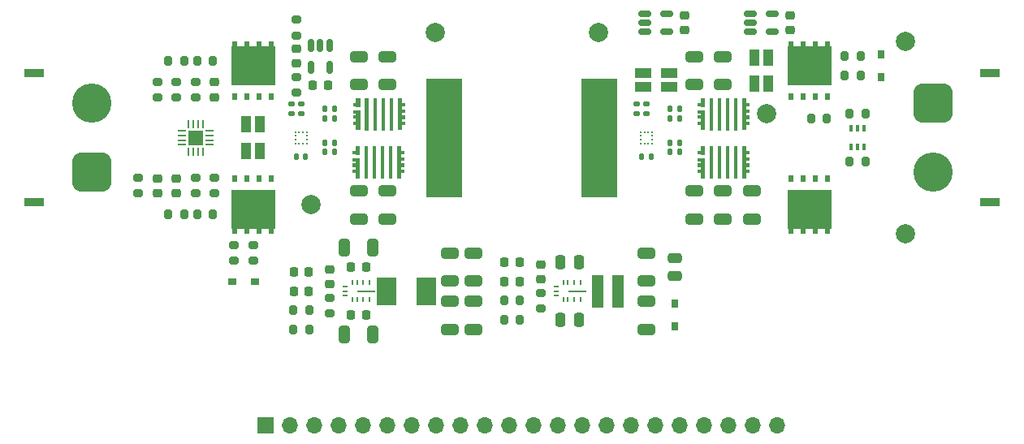
<source format=gbr>
%TF.GenerationSoftware,KiCad,Pcbnew,8.0.6*%
%TF.CreationDate,2024-12-20T12:02:24-05:00*%
%TF.ProjectId,PD Charger,50442043-6861-4726-9765-722e6b696361,0*%
%TF.SameCoordinates,Original*%
%TF.FileFunction,Soldermask,Top*%
%TF.FilePolarity,Negative*%
%FSLAX46Y46*%
G04 Gerber Fmt 4.6, Leading zero omitted, Abs format (unit mm)*
G04 Created by KiCad (PCBNEW 8.0.6) date 2024-12-20 12:02:24*
%MOMM*%
%LPD*%
G01*
G04 APERTURE LIST*
G04 Aperture macros list*
%AMRoundRect*
0 Rectangle with rounded corners*
0 $1 Rounding radius*
0 $2 $3 $4 $5 $6 $7 $8 $9 X,Y pos of 4 corners*
0 Add a 4 corners polygon primitive as box body*
4,1,4,$2,$3,$4,$5,$6,$7,$8,$9,$2,$3,0*
0 Add four circle primitives for the rounded corners*
1,1,$1+$1,$2,$3*
1,1,$1+$1,$4,$5*
1,1,$1+$1,$6,$7*
1,1,$1+$1,$8,$9*
0 Add four rect primitives between the rounded corners*
20,1,$1+$1,$2,$3,$4,$5,0*
20,1,$1+$1,$4,$5,$6,$7,0*
20,1,$1+$1,$6,$7,$8,$9,0*
20,1,$1+$1,$8,$9,$2,$3,0*%
G04 Aperture macros list end*
%ADD10C,0.087500*%
%ADD11C,0.117500*%
%ADD12C,0.092500*%
%ADD13RoundRect,0.200000X-0.200000X-0.275000X0.200000X-0.275000X0.200000X0.275000X-0.200000X0.275000X0*%
%ADD14RoundRect,0.100000X-0.100000X0.225000X-0.100000X-0.225000X0.100000X-0.225000X0.100000X0.225000X0*%
%ADD15RoundRect,0.200000X0.200000X0.275000X-0.200000X0.275000X-0.200000X-0.275000X0.200000X-0.275000X0*%
%ADD16C,0.225000*%
%ADD17RoundRect,0.250000X-0.325000X-0.650000X0.325000X-0.650000X0.325000X0.650000X-0.325000X0.650000X0*%
%ADD18RoundRect,0.140000X-0.140000X-0.170000X0.140000X-0.170000X0.140000X0.170000X-0.140000X0.170000X0*%
%ADD19R,1.300000X3.400000*%
%ADD20RoundRect,0.200000X-0.275000X0.200000X-0.275000X-0.200000X0.275000X-0.200000X0.275000X0.200000X0*%
%ADD21RoundRect,0.135000X-0.185000X0.135000X-0.185000X-0.135000X0.185000X-0.135000X0.185000X0.135000X0*%
%ADD22RoundRect,0.225000X-0.250000X0.225000X-0.250000X-0.225000X0.250000X-0.225000X0.250000X0.225000X0*%
%ADD23RoundRect,0.250000X-0.650000X0.325000X-0.650000X-0.325000X0.650000X-0.325000X0.650000X0.325000X0*%
%ADD24R,0.812800X0.660400*%
%ADD25R,0.249999X0.599999*%
%ADD26R,0.599999X0.249999*%
%ADD27R,1.825000X0.249999*%
%ADD28RoundRect,0.250000X0.650000X-0.325000X0.650000X0.325000X-0.650000X0.325000X-0.650000X-0.325000X0*%
%ADD29RoundRect,0.200000X0.275000X-0.200000X0.275000X0.200000X-0.275000X0.200000X-0.275000X-0.200000X0*%
%ADD30R,2.000000X0.900000*%
%ADD31RoundRect,1.025000X-1.025000X1.025000X-1.025000X-1.025000X1.025000X-1.025000X1.025000X1.025000X0*%
%ADD32C,4.100000*%
%ADD33R,0.660400X0.812800*%
%ADD34RoundRect,1.025000X1.025000X-1.025000X1.025000X1.025000X-1.025000X1.025000X-1.025000X-1.025000X0*%
%ADD35R,1.750000X1.100000*%
%ADD36RoundRect,0.135000X-0.135000X-0.185000X0.135000X-0.185000X0.135000X0.185000X-0.135000X0.185000X0*%
%ADD37R,1.100000X1.750000*%
%ADD38RoundRect,0.225000X0.250000X-0.225000X0.250000X0.225000X-0.250000X0.225000X-0.250000X-0.225000X0*%
%ADD39RoundRect,0.062500X-0.062500X0.375000X-0.062500X-0.375000X0.062500X-0.375000X0.062500X0.375000X0*%
%ADD40RoundRect,0.062500X-0.375000X0.062500X-0.375000X-0.062500X0.375000X-0.062500X0.375000X0.062500X0*%
%ADD41R,1.500000X1.500000*%
%ADD42RoundRect,0.150000X-0.512500X-0.150000X0.512500X-0.150000X0.512500X0.150000X-0.512500X0.150000X0*%
%ADD43RoundRect,0.250000X-0.475000X0.250000X-0.475000X-0.250000X0.475000X-0.250000X0.475000X0.250000X0*%
%ADD44RoundRect,0.225000X-0.225000X-0.250000X0.225000X-0.250000X0.225000X0.250000X-0.225000X0.250000X0*%
%ADD45RoundRect,0.150000X-0.150000X0.512500X-0.150000X-0.512500X0.150000X-0.512500X0.150000X0.512500X0*%
%ADD46R,0.500000X0.650000*%
%ADD47R,4.600000X4.120000*%
%ADD48R,0.500000X0.550000*%
%ADD49RoundRect,0.225000X0.225000X0.250000X-0.225000X0.250000X-0.225000X-0.250000X0.225000X-0.250000X0*%
%ADD50RoundRect,0.250000X0.250000X0.475000X-0.250000X0.475000X-0.250000X-0.475000X0.250000X-0.475000X0*%
%ADD51RoundRect,0.140000X0.170000X-0.140000X0.170000X0.140000X-0.170000X0.140000X-0.170000X-0.140000X0*%
%ADD52R,1.700000X1.700000*%
%ADD53O,1.700000X1.700000*%
%ADD54R,2.057400X2.844800*%
%ADD55C,2.000000*%
%ADD56R,3.825000X12.320000*%
G04 APERTURE END LIST*
D10*
%TO.C,Q2*%
X83016250Y-101656250D02*
X82343750Y-101656250D01*
X82343750Y-101393750D01*
X83016250Y-101393750D01*
X83016250Y-101656250D01*
G36*
X83016250Y-101656250D02*
G01*
X82343750Y-101656250D01*
X82343750Y-101393750D01*
X83016250Y-101393750D01*
X83016250Y-101656250D01*
G37*
X83016250Y-102406250D02*
X82343750Y-102406250D01*
X82343750Y-102143750D01*
X83016250Y-102143750D01*
X83016250Y-102406250D01*
G36*
X83016250Y-102406250D02*
G01*
X82343750Y-102406250D01*
X82343750Y-102143750D01*
X83016250Y-102143750D01*
X83016250Y-102406250D01*
G37*
X83016250Y-102956250D02*
X82343750Y-102956250D01*
X82343750Y-102693750D01*
X83016250Y-102693750D01*
X83016250Y-102956250D01*
G36*
X83016250Y-102956250D02*
G01*
X82343750Y-102956250D01*
X82343750Y-102693750D01*
X83016250Y-102693750D01*
X83016250Y-102956250D01*
G37*
X83016250Y-103606250D02*
X82343750Y-103606250D01*
X82343750Y-103343750D01*
X83016250Y-103343750D01*
X83016250Y-103606250D01*
G36*
X83016250Y-103606250D02*
G01*
X82343750Y-103606250D01*
X82343750Y-103343750D01*
X83016250Y-103343750D01*
X83016250Y-103606250D01*
G37*
D11*
X83001250Y-101726750D02*
X82648750Y-101726750D01*
X82648750Y-100859250D01*
X83001250Y-100859250D01*
X83001250Y-101726750D01*
G36*
X83001250Y-101726750D02*
G01*
X82648750Y-101726750D01*
X82648750Y-100859250D01*
X83001250Y-100859250D01*
X83001250Y-101726750D01*
G37*
X83001250Y-104141250D02*
X82648750Y-104141250D01*
X82648750Y-102183750D01*
X83001250Y-102183750D01*
X83001250Y-104141250D01*
G36*
X83001250Y-104141250D02*
G01*
X82648750Y-104141250D01*
X82648750Y-102183750D01*
X83001250Y-102183750D01*
X83001250Y-104141250D01*
G37*
D12*
X83863750Y-104153750D02*
X83586250Y-104153750D01*
X83586250Y-100846250D01*
X83863750Y-100846250D01*
X83863750Y-104153750D01*
G36*
X83863750Y-104153750D02*
G01*
X83586250Y-104153750D01*
X83586250Y-100846250D01*
X83863750Y-100846250D01*
X83863750Y-104153750D01*
G37*
X84713750Y-104153750D02*
X84436250Y-104153750D01*
X84436250Y-100846250D01*
X84713750Y-100846250D01*
X84713750Y-104153750D01*
G36*
X84713750Y-104153750D02*
G01*
X84436250Y-104153750D01*
X84436250Y-100846250D01*
X84713750Y-100846250D01*
X84713750Y-104153750D01*
G37*
X85563750Y-104153750D02*
X85286250Y-104153750D01*
X85286250Y-100846250D01*
X85563750Y-100846250D01*
X85563750Y-104153750D01*
G36*
X85563750Y-104153750D02*
G01*
X85286250Y-104153750D01*
X85286250Y-100846250D01*
X85563750Y-100846250D01*
X85563750Y-104153750D01*
G37*
X86413750Y-104153750D02*
X86136250Y-104153750D01*
X86136250Y-100846250D01*
X86413750Y-100846250D01*
X86413750Y-104153750D01*
G36*
X86413750Y-104153750D02*
G01*
X86136250Y-104153750D01*
X86136250Y-100846250D01*
X86413750Y-100846250D01*
X86413750Y-104153750D01*
G37*
D11*
X87351750Y-104141250D02*
X86999250Y-104141250D01*
X86999250Y-100858750D01*
X87351750Y-100858750D01*
X87351750Y-104141250D01*
G36*
X87351750Y-104141250D02*
G01*
X86999250Y-104141250D01*
X86999250Y-100858750D01*
X87351750Y-100858750D01*
X87351750Y-104141250D01*
G37*
D12*
X87653750Y-101663750D02*
X86986250Y-101663750D01*
X86986250Y-101386250D01*
X87653750Y-101386250D01*
X87653750Y-101663750D01*
G36*
X87653750Y-101663750D02*
G01*
X86986250Y-101663750D01*
X86986250Y-101386250D01*
X87653750Y-101386250D01*
X87653750Y-101663750D01*
G37*
X87653750Y-102313750D02*
X86986250Y-102313750D01*
X86986250Y-102036250D01*
X87653750Y-102036250D01*
X87653750Y-102313750D01*
G36*
X87653750Y-102313750D02*
G01*
X86986250Y-102313750D01*
X86986250Y-102036250D01*
X87653750Y-102036250D01*
X87653750Y-102313750D01*
G37*
X87653750Y-102963750D02*
X86986250Y-102963750D01*
X86986250Y-102686250D01*
X87653750Y-102686250D01*
X87653750Y-102963750D01*
G36*
X87653750Y-102963750D02*
G01*
X86986250Y-102963750D01*
X86986250Y-102686250D01*
X87653750Y-102686250D01*
X87653750Y-102963750D01*
G37*
X87653750Y-103613750D02*
X86986250Y-103613750D01*
X86986250Y-103336250D01*
X87653750Y-103336250D01*
X87653750Y-103613750D01*
G36*
X87653750Y-103613750D02*
G01*
X86986250Y-103613750D01*
X86986250Y-103336250D01*
X87653750Y-103336250D01*
X87653750Y-103613750D01*
G37*
D10*
%TO.C,Q4*%
X119016250Y-101656250D02*
X118343750Y-101656250D01*
X118343750Y-101393750D01*
X119016250Y-101393750D01*
X119016250Y-101656250D01*
G36*
X119016250Y-101656250D02*
G01*
X118343750Y-101656250D01*
X118343750Y-101393750D01*
X119016250Y-101393750D01*
X119016250Y-101656250D01*
G37*
X119016250Y-102406250D02*
X118343750Y-102406250D01*
X118343750Y-102143750D01*
X119016250Y-102143750D01*
X119016250Y-102406250D01*
G36*
X119016250Y-102406250D02*
G01*
X118343750Y-102406250D01*
X118343750Y-102143750D01*
X119016250Y-102143750D01*
X119016250Y-102406250D01*
G37*
X119016250Y-102956250D02*
X118343750Y-102956250D01*
X118343750Y-102693750D01*
X119016250Y-102693750D01*
X119016250Y-102956250D01*
G36*
X119016250Y-102956250D02*
G01*
X118343750Y-102956250D01*
X118343750Y-102693750D01*
X119016250Y-102693750D01*
X119016250Y-102956250D01*
G37*
X119016250Y-103606250D02*
X118343750Y-103606250D01*
X118343750Y-103343750D01*
X119016250Y-103343750D01*
X119016250Y-103606250D01*
G36*
X119016250Y-103606250D02*
G01*
X118343750Y-103606250D01*
X118343750Y-103343750D01*
X119016250Y-103343750D01*
X119016250Y-103606250D01*
G37*
D11*
X119001250Y-101726750D02*
X118648750Y-101726750D01*
X118648750Y-100859250D01*
X119001250Y-100859250D01*
X119001250Y-101726750D01*
G36*
X119001250Y-101726750D02*
G01*
X118648750Y-101726750D01*
X118648750Y-100859250D01*
X119001250Y-100859250D01*
X119001250Y-101726750D01*
G37*
X119001250Y-104141250D02*
X118648750Y-104141250D01*
X118648750Y-102183750D01*
X119001250Y-102183750D01*
X119001250Y-104141250D01*
G36*
X119001250Y-104141250D02*
G01*
X118648750Y-104141250D01*
X118648750Y-102183750D01*
X119001250Y-102183750D01*
X119001250Y-104141250D01*
G37*
D12*
X119863750Y-104153750D02*
X119586250Y-104153750D01*
X119586250Y-100846250D01*
X119863750Y-100846250D01*
X119863750Y-104153750D01*
G36*
X119863750Y-104153750D02*
G01*
X119586250Y-104153750D01*
X119586250Y-100846250D01*
X119863750Y-100846250D01*
X119863750Y-104153750D01*
G37*
X120713750Y-104153750D02*
X120436250Y-104153750D01*
X120436250Y-100846250D01*
X120713750Y-100846250D01*
X120713750Y-104153750D01*
G36*
X120713750Y-104153750D02*
G01*
X120436250Y-104153750D01*
X120436250Y-100846250D01*
X120713750Y-100846250D01*
X120713750Y-104153750D01*
G37*
X121563750Y-104153750D02*
X121286250Y-104153750D01*
X121286250Y-100846250D01*
X121563750Y-100846250D01*
X121563750Y-104153750D01*
G36*
X121563750Y-104153750D02*
G01*
X121286250Y-104153750D01*
X121286250Y-100846250D01*
X121563750Y-100846250D01*
X121563750Y-104153750D01*
G37*
X122413750Y-104153750D02*
X122136250Y-104153750D01*
X122136250Y-100846250D01*
X122413750Y-100846250D01*
X122413750Y-104153750D01*
G36*
X122413750Y-104153750D02*
G01*
X122136250Y-104153750D01*
X122136250Y-100846250D01*
X122413750Y-100846250D01*
X122413750Y-104153750D01*
G37*
D11*
X123351750Y-104141250D02*
X122999250Y-104141250D01*
X122999250Y-100858750D01*
X123351750Y-100858750D01*
X123351750Y-104141250D01*
G36*
X123351750Y-104141250D02*
G01*
X122999250Y-104141250D01*
X122999250Y-100858750D01*
X123351750Y-100858750D01*
X123351750Y-104141250D01*
G37*
D12*
X123653750Y-101663750D02*
X122986250Y-101663750D01*
X122986250Y-101386250D01*
X123653750Y-101386250D01*
X123653750Y-101663750D01*
G36*
X123653750Y-101663750D02*
G01*
X122986250Y-101663750D01*
X122986250Y-101386250D01*
X123653750Y-101386250D01*
X123653750Y-101663750D01*
G37*
X123653750Y-102313750D02*
X122986250Y-102313750D01*
X122986250Y-102036250D01*
X123653750Y-102036250D01*
X123653750Y-102313750D01*
G36*
X123653750Y-102313750D02*
G01*
X122986250Y-102313750D01*
X122986250Y-102036250D01*
X123653750Y-102036250D01*
X123653750Y-102313750D01*
G37*
X123653750Y-102963750D02*
X122986250Y-102963750D01*
X122986250Y-102686250D01*
X123653750Y-102686250D01*
X123653750Y-102963750D01*
G36*
X123653750Y-102963750D02*
G01*
X122986250Y-102963750D01*
X122986250Y-102686250D01*
X123653750Y-102686250D01*
X123653750Y-102963750D01*
G37*
X123653750Y-103613750D02*
X122986250Y-103613750D01*
X122986250Y-103336250D01*
X123653750Y-103336250D01*
X123653750Y-103613750D01*
G36*
X123653750Y-103613750D02*
G01*
X122986250Y-103613750D01*
X122986250Y-103336250D01*
X123653750Y-103336250D01*
X123653750Y-103613750D01*
G37*
D10*
%TO.C,Q1*%
X83091250Y-96656250D02*
X82418750Y-96656250D01*
X82418750Y-96393750D01*
X83091250Y-96393750D01*
X83091250Y-96656250D01*
G36*
X83091250Y-96656250D02*
G01*
X82418750Y-96656250D01*
X82418750Y-96393750D01*
X83091250Y-96393750D01*
X83091250Y-96656250D01*
G37*
X83091250Y-97406250D02*
X82418750Y-97406250D01*
X82418750Y-97143750D01*
X83091250Y-97143750D01*
X83091250Y-97406250D01*
G36*
X83091250Y-97406250D02*
G01*
X82418750Y-97406250D01*
X82418750Y-97143750D01*
X83091250Y-97143750D01*
X83091250Y-97406250D01*
G37*
X83091250Y-97956250D02*
X82418750Y-97956250D01*
X82418750Y-97693750D01*
X83091250Y-97693750D01*
X83091250Y-97956250D01*
G36*
X83091250Y-97956250D02*
G01*
X82418750Y-97956250D01*
X82418750Y-97693750D01*
X83091250Y-97693750D01*
X83091250Y-97956250D01*
G37*
X83091250Y-98606250D02*
X82418750Y-98606250D01*
X82418750Y-98343750D01*
X83091250Y-98343750D01*
X83091250Y-98606250D01*
G36*
X83091250Y-98606250D02*
G01*
X82418750Y-98606250D01*
X82418750Y-98343750D01*
X83091250Y-98343750D01*
X83091250Y-98606250D01*
G37*
D11*
X83076250Y-96726750D02*
X82723750Y-96726750D01*
X82723750Y-95859250D01*
X83076250Y-95859250D01*
X83076250Y-96726750D01*
G36*
X83076250Y-96726750D02*
G01*
X82723750Y-96726750D01*
X82723750Y-95859250D01*
X83076250Y-95859250D01*
X83076250Y-96726750D01*
G37*
X83076250Y-99141250D02*
X82723750Y-99141250D01*
X82723750Y-97183750D01*
X83076250Y-97183750D01*
X83076250Y-99141250D01*
G36*
X83076250Y-99141250D02*
G01*
X82723750Y-99141250D01*
X82723750Y-97183750D01*
X83076250Y-97183750D01*
X83076250Y-99141250D01*
G37*
D12*
X83938750Y-99153750D02*
X83661250Y-99153750D01*
X83661250Y-95846250D01*
X83938750Y-95846250D01*
X83938750Y-99153750D01*
G36*
X83938750Y-99153750D02*
G01*
X83661250Y-99153750D01*
X83661250Y-95846250D01*
X83938750Y-95846250D01*
X83938750Y-99153750D01*
G37*
X84788750Y-99153750D02*
X84511250Y-99153750D01*
X84511250Y-95846250D01*
X84788750Y-95846250D01*
X84788750Y-99153750D01*
G36*
X84788750Y-99153750D02*
G01*
X84511250Y-99153750D01*
X84511250Y-95846250D01*
X84788750Y-95846250D01*
X84788750Y-99153750D01*
G37*
X85638750Y-99153750D02*
X85361250Y-99153750D01*
X85361250Y-95846250D01*
X85638750Y-95846250D01*
X85638750Y-99153750D01*
G36*
X85638750Y-99153750D02*
G01*
X85361250Y-99153750D01*
X85361250Y-95846250D01*
X85638750Y-95846250D01*
X85638750Y-99153750D01*
G37*
X86488750Y-99153750D02*
X86211250Y-99153750D01*
X86211250Y-95846250D01*
X86488750Y-95846250D01*
X86488750Y-99153750D01*
G36*
X86488750Y-99153750D02*
G01*
X86211250Y-99153750D01*
X86211250Y-95846250D01*
X86488750Y-95846250D01*
X86488750Y-99153750D01*
G37*
D11*
X87426750Y-99141250D02*
X87074250Y-99141250D01*
X87074250Y-95858750D01*
X87426750Y-95858750D01*
X87426750Y-99141250D01*
G36*
X87426750Y-99141250D02*
G01*
X87074250Y-99141250D01*
X87074250Y-95858750D01*
X87426750Y-95858750D01*
X87426750Y-99141250D01*
G37*
D12*
X87728750Y-96663750D02*
X87061250Y-96663750D01*
X87061250Y-96386250D01*
X87728750Y-96386250D01*
X87728750Y-96663750D01*
G36*
X87728750Y-96663750D02*
G01*
X87061250Y-96663750D01*
X87061250Y-96386250D01*
X87728750Y-96386250D01*
X87728750Y-96663750D01*
G37*
X87728750Y-97313750D02*
X87061250Y-97313750D01*
X87061250Y-97036250D01*
X87728750Y-97036250D01*
X87728750Y-97313750D01*
G36*
X87728750Y-97313750D02*
G01*
X87061250Y-97313750D01*
X87061250Y-97036250D01*
X87728750Y-97036250D01*
X87728750Y-97313750D01*
G37*
X87728750Y-97963750D02*
X87061250Y-97963750D01*
X87061250Y-97686250D01*
X87728750Y-97686250D01*
X87728750Y-97963750D01*
G36*
X87728750Y-97963750D02*
G01*
X87061250Y-97963750D01*
X87061250Y-97686250D01*
X87728750Y-97686250D01*
X87728750Y-97963750D01*
G37*
X87728750Y-98613750D02*
X87061250Y-98613750D01*
X87061250Y-98336250D01*
X87728750Y-98336250D01*
X87728750Y-98613750D01*
G36*
X87728750Y-98613750D02*
G01*
X87061250Y-98613750D01*
X87061250Y-98336250D01*
X87728750Y-98336250D01*
X87728750Y-98613750D01*
G37*
D10*
%TO.C,Q3*%
X119016250Y-96656250D02*
X118343750Y-96656250D01*
X118343750Y-96393750D01*
X119016250Y-96393750D01*
X119016250Y-96656250D01*
G36*
X119016250Y-96656250D02*
G01*
X118343750Y-96656250D01*
X118343750Y-96393750D01*
X119016250Y-96393750D01*
X119016250Y-96656250D01*
G37*
X119016250Y-97406250D02*
X118343750Y-97406250D01*
X118343750Y-97143750D01*
X119016250Y-97143750D01*
X119016250Y-97406250D01*
G36*
X119016250Y-97406250D02*
G01*
X118343750Y-97406250D01*
X118343750Y-97143750D01*
X119016250Y-97143750D01*
X119016250Y-97406250D01*
G37*
X119016250Y-97956250D02*
X118343750Y-97956250D01*
X118343750Y-97693750D01*
X119016250Y-97693750D01*
X119016250Y-97956250D01*
G36*
X119016250Y-97956250D02*
G01*
X118343750Y-97956250D01*
X118343750Y-97693750D01*
X119016250Y-97693750D01*
X119016250Y-97956250D01*
G37*
X119016250Y-98606250D02*
X118343750Y-98606250D01*
X118343750Y-98343750D01*
X119016250Y-98343750D01*
X119016250Y-98606250D01*
G36*
X119016250Y-98606250D02*
G01*
X118343750Y-98606250D01*
X118343750Y-98343750D01*
X119016250Y-98343750D01*
X119016250Y-98606250D01*
G37*
D11*
X119001250Y-96726750D02*
X118648750Y-96726750D01*
X118648750Y-95859250D01*
X119001250Y-95859250D01*
X119001250Y-96726750D01*
G36*
X119001250Y-96726750D02*
G01*
X118648750Y-96726750D01*
X118648750Y-95859250D01*
X119001250Y-95859250D01*
X119001250Y-96726750D01*
G37*
X119001250Y-99141250D02*
X118648750Y-99141250D01*
X118648750Y-97183750D01*
X119001250Y-97183750D01*
X119001250Y-99141250D01*
G36*
X119001250Y-99141250D02*
G01*
X118648750Y-99141250D01*
X118648750Y-97183750D01*
X119001250Y-97183750D01*
X119001250Y-99141250D01*
G37*
D12*
X119863750Y-99153750D02*
X119586250Y-99153750D01*
X119586250Y-95846250D01*
X119863750Y-95846250D01*
X119863750Y-99153750D01*
G36*
X119863750Y-99153750D02*
G01*
X119586250Y-99153750D01*
X119586250Y-95846250D01*
X119863750Y-95846250D01*
X119863750Y-99153750D01*
G37*
X120713750Y-99153750D02*
X120436250Y-99153750D01*
X120436250Y-95846250D01*
X120713750Y-95846250D01*
X120713750Y-99153750D01*
G36*
X120713750Y-99153750D02*
G01*
X120436250Y-99153750D01*
X120436250Y-95846250D01*
X120713750Y-95846250D01*
X120713750Y-99153750D01*
G37*
X121563750Y-99153750D02*
X121286250Y-99153750D01*
X121286250Y-95846250D01*
X121563750Y-95846250D01*
X121563750Y-99153750D01*
G36*
X121563750Y-99153750D02*
G01*
X121286250Y-99153750D01*
X121286250Y-95846250D01*
X121563750Y-95846250D01*
X121563750Y-99153750D01*
G37*
X122413750Y-99153750D02*
X122136250Y-99153750D01*
X122136250Y-95846250D01*
X122413750Y-95846250D01*
X122413750Y-99153750D01*
G36*
X122413750Y-99153750D02*
G01*
X122136250Y-99153750D01*
X122136250Y-95846250D01*
X122413750Y-95846250D01*
X122413750Y-99153750D01*
G37*
D11*
X123351750Y-99141250D02*
X122999250Y-99141250D01*
X122999250Y-95858750D01*
X123351750Y-95858750D01*
X123351750Y-99141250D01*
G36*
X123351750Y-99141250D02*
G01*
X122999250Y-99141250D01*
X122999250Y-95858750D01*
X123351750Y-95858750D01*
X123351750Y-99141250D01*
G37*
D12*
X123653750Y-96663750D02*
X122986250Y-96663750D01*
X122986250Y-96386250D01*
X123653750Y-96386250D01*
X123653750Y-96663750D01*
G36*
X123653750Y-96663750D02*
G01*
X122986250Y-96663750D01*
X122986250Y-96386250D01*
X123653750Y-96386250D01*
X123653750Y-96663750D01*
G37*
X123653750Y-97313750D02*
X122986250Y-97313750D01*
X122986250Y-97036250D01*
X123653750Y-97036250D01*
X123653750Y-97313750D01*
G36*
X123653750Y-97313750D02*
G01*
X122986250Y-97313750D01*
X122986250Y-97036250D01*
X123653750Y-97036250D01*
X123653750Y-97313750D01*
G37*
X123653750Y-97963750D02*
X122986250Y-97963750D01*
X122986250Y-97686250D01*
X123653750Y-97686250D01*
X123653750Y-97963750D01*
G36*
X123653750Y-97963750D02*
G01*
X122986250Y-97963750D01*
X122986250Y-97686250D01*
X123653750Y-97686250D01*
X123653750Y-97963750D01*
G37*
X123653750Y-98613750D02*
X122986250Y-98613750D01*
X122986250Y-98336250D01*
X123653750Y-98336250D01*
X123653750Y-98613750D01*
G36*
X123653750Y-98613750D02*
G01*
X122986250Y-98613750D01*
X122986250Y-98336250D01*
X123653750Y-98336250D01*
X123653750Y-98613750D01*
G37*
%TD*%
D13*
%TO.C,R27*%
X134175000Y-102500000D03*
X135825000Y-102500000D03*
%TD*%
D14*
%TO.C,Q9*%
X135650000Y-100950000D03*
X135000000Y-100950000D03*
X134350000Y-100950000D03*
X134350000Y-99050000D03*
X135000000Y-99050000D03*
X135650000Y-99050000D03*
%TD*%
D15*
%TO.C,R19*%
X99825000Y-119000000D03*
X98175000Y-119000000D03*
%TD*%
D16*
%TO.C,U1*%
X77600000Y-100600000D03*
X77200000Y-100600000D03*
X76800000Y-100600000D03*
X76400000Y-100600000D03*
X77600000Y-100200000D03*
X76400000Y-100200000D03*
X77600000Y-99800000D03*
X76400000Y-99800000D03*
X77600000Y-99400000D03*
X77200000Y-99400000D03*
X76800000Y-99400000D03*
X76400000Y-99400000D03*
%TD*%
D17*
%TO.C,C7*%
X81525000Y-111500000D03*
X84475000Y-111500000D03*
%TD*%
D18*
%TO.C,C3*%
X76520000Y-102000000D03*
X77480000Y-102000000D03*
%TD*%
D16*
%TO.C,U3*%
X113600000Y-100600000D03*
X113200000Y-100600000D03*
X112800000Y-100600000D03*
X112400000Y-100600000D03*
X113600000Y-100200000D03*
X112400000Y-100200000D03*
X113600000Y-99800000D03*
X112400000Y-99800000D03*
X113600000Y-99400000D03*
X113200000Y-99400000D03*
X112800000Y-99400000D03*
X112400000Y-99400000D03*
%TD*%
D19*
%TO.C,L2*%
X107950000Y-116000000D03*
X110050000Y-116000000D03*
%TD*%
D20*
%TO.C,R38*%
X62000000Y-94175000D03*
X62000000Y-95825000D03*
%TD*%
D21*
%TO.C,R8*%
X112000000Y-96490000D03*
X112000000Y-97510000D03*
%TD*%
D22*
%TO.C,C20*%
X117000000Y-87225000D03*
X117000000Y-88775000D03*
%TD*%
%TO.C,C30*%
X102000000Y-113225000D03*
X102000000Y-114775000D03*
%TD*%
D15*
%TO.C,R15*%
X77825000Y-120000000D03*
X76175000Y-120000000D03*
%TD*%
D23*
%TO.C,C39*%
X95000000Y-117025000D03*
X95000000Y-119975000D03*
%TD*%
D13*
%TO.C,R29*%
X63175000Y-108000000D03*
X64825000Y-108000000D03*
%TD*%
%TO.C,R23*%
X134175000Y-97500000D03*
X135825000Y-97500000D03*
%TD*%
%TO.C,R18*%
X133675000Y-93500000D03*
X135325000Y-93500000D03*
%TD*%
D24*
%TO.C,D2*%
X69806200Y-115000000D03*
X72193800Y-115000000D03*
%TD*%
D25*
%TO.C,U9*%
X84124999Y-115099999D03*
X83475000Y-115099999D03*
X82824999Y-115099999D03*
X82325000Y-115099999D03*
D26*
X81600000Y-115500001D03*
X81600000Y-116000000D03*
X81600000Y-116499999D03*
D25*
X82325000Y-116900001D03*
X82824999Y-116900001D03*
X83475000Y-116900001D03*
X84124999Y-116900001D03*
D27*
X83787999Y-116000000D03*
%TD*%
D28*
%TO.C,C36*%
X92500000Y-114975000D03*
X92500000Y-112025000D03*
%TD*%
D29*
%TO.C,R33*%
X64000000Y-95825000D03*
X64000000Y-94175000D03*
%TD*%
D23*
%TO.C,C33*%
X113000000Y-117025000D03*
X113000000Y-119975000D03*
%TD*%
D20*
%TO.C,R14*%
X70000000Y-111175000D03*
X70000000Y-112825000D03*
%TD*%
D30*
%TO.C,J3*%
X148850000Y-93250000D03*
X148850000Y-106750000D03*
D31*
X142850000Y-96400000D03*
D32*
X142850000Y-103600000D03*
%TD*%
D22*
%TO.C,C44*%
X68000000Y-94225000D03*
X68000000Y-95775000D03*
%TD*%
D29*
%TO.C,R32*%
X66000000Y-105825000D03*
X66000000Y-104175000D03*
%TD*%
D33*
%TO.C,D3*%
X137500000Y-91306200D03*
X137500000Y-93693800D03*
%TD*%
D30*
%TO.C,J2*%
X49150000Y-106750000D03*
X49150000Y-93250000D03*
D34*
X55150000Y-103600000D03*
D32*
X55150000Y-96400000D03*
%TD*%
D35*
%TO.C,R5*%
X112625000Y-94700000D03*
X112625000Y-93300000D03*
X115375000Y-93300000D03*
X115375000Y-94700000D03*
%TD*%
D15*
%TO.C,R20*%
X99825000Y-117000000D03*
X98175000Y-117000000D03*
%TD*%
D36*
%TO.C,R12*%
X115490000Y-100500000D03*
X116510000Y-100500000D03*
%TD*%
D37*
%TO.C,R6*%
X125700000Y-94375000D03*
X124300000Y-94375000D03*
X124300000Y-91625000D03*
X125700000Y-91625000D03*
%TD*%
D38*
%TO.C,C48*%
X76500000Y-92275000D03*
X76500000Y-90725000D03*
%TD*%
D39*
%TO.C,U5*%
X66750000Y-98562500D03*
X66250000Y-98562500D03*
X65750000Y-98562500D03*
X65250000Y-98562500D03*
D40*
X64562500Y-99250000D03*
X64562500Y-99750000D03*
X64562500Y-100250000D03*
X64562500Y-100750000D03*
D39*
X65250000Y-101437500D03*
X65750000Y-101437500D03*
X66250000Y-101437500D03*
X66750000Y-101437500D03*
D40*
X67437500Y-100750000D03*
X67437500Y-100250000D03*
X67437500Y-99750000D03*
X67437500Y-99250000D03*
D41*
X66000000Y-100000000D03*
%TD*%
D23*
%TO.C,C38*%
X92500000Y-117025000D03*
X92500000Y-119975000D03*
%TD*%
D28*
%TO.C,C18*%
X118000000Y-108475000D03*
X118000000Y-105525000D03*
%TD*%
D29*
%TO.C,R36*%
X76500000Y-89325000D03*
X76500000Y-87675000D03*
%TD*%
D28*
%TO.C,C35*%
X95000000Y-114975000D03*
X95000000Y-112025000D03*
%TD*%
D22*
%TO.C,C10*%
X80000000Y-113725000D03*
X80000000Y-115275000D03*
%TD*%
D28*
%TO.C,C1*%
X83000000Y-108475000D03*
X83000000Y-105525000D03*
%TD*%
D36*
%TO.C,R3*%
X79490000Y-98000000D03*
X80510000Y-98000000D03*
%TD*%
%TO.C,R11*%
X115490000Y-101500000D03*
X116510000Y-101500000D03*
%TD*%
D28*
%TO.C,C12*%
X86000000Y-94475000D03*
X86000000Y-91525000D03*
%TD*%
D33*
%TO.C,D1*%
X116000000Y-117306200D03*
X116000000Y-119693800D03*
%TD*%
D42*
%TO.C,U7*%
X112862500Y-87050000D03*
X112862500Y-88000000D03*
X112862500Y-88950000D03*
X115137500Y-88950000D03*
X115137500Y-87050000D03*
%TD*%
D20*
%TO.C,R24*%
X66000000Y-94175000D03*
X66000000Y-95825000D03*
%TD*%
%TO.C,R31*%
X68000000Y-104175000D03*
X68000000Y-105825000D03*
%TD*%
D37*
%TO.C,R25*%
X71300000Y-98625000D03*
X72700000Y-98625000D03*
X72700000Y-101375000D03*
X71300000Y-101375000D03*
%TD*%
D28*
%TO.C,C16*%
X118000000Y-94475000D03*
X118000000Y-91525000D03*
%TD*%
D20*
%TO.C,R16*%
X72000000Y-111175000D03*
X72000000Y-112825000D03*
%TD*%
D43*
%TO.C,C34*%
X116000000Y-112550000D03*
X116000000Y-114450000D03*
%TD*%
D44*
%TO.C,C41*%
X82225000Y-113500000D03*
X83775000Y-113500000D03*
%TD*%
D25*
%TO.C,U2*%
X106124999Y-115099999D03*
X105475000Y-115099999D03*
X104824999Y-115099999D03*
X104325000Y-115099999D03*
D26*
X103600000Y-115500001D03*
X103600000Y-116000000D03*
X103600000Y-116499999D03*
D25*
X104325000Y-116900001D03*
X104824999Y-116900001D03*
X105475000Y-116900001D03*
X106124999Y-116900001D03*
D27*
X105787999Y-116000000D03*
%TD*%
D20*
%TO.C,R30*%
X60000000Y-104175000D03*
X60000000Y-105825000D03*
%TD*%
D36*
%TO.C,R10*%
X115490000Y-98000000D03*
X116510000Y-98000000D03*
%TD*%
D45*
%TO.C,U6*%
X79950000Y-90362500D03*
X79000000Y-90362500D03*
X78050000Y-90362500D03*
X78050000Y-92637500D03*
X79950000Y-92637500D03*
%TD*%
D46*
%TO.C,Q5*%
X128095000Y-95750000D03*
X129365000Y-95750000D03*
X130635000Y-95750000D03*
X131905000Y-95750000D03*
D47*
X130000000Y-92535000D03*
D48*
X128095000Y-90200000D03*
X129365000Y-90200000D03*
X130635000Y-90200000D03*
X131905000Y-90200000D03*
%TD*%
D13*
%TO.C,R17*%
X133675000Y-91500000D03*
X135325000Y-91500000D03*
%TD*%
D49*
%TO.C,C11*%
X77775000Y-116000000D03*
X76225000Y-116000000D03*
%TD*%
D50*
%TO.C,C28*%
X105950000Y-113000000D03*
X104050000Y-113000000D03*
%TD*%
D17*
%TO.C,C8*%
X81525000Y-120500000D03*
X84475000Y-120500000D03*
%TD*%
D50*
%TO.C,C27*%
X105950000Y-119000000D03*
X104050000Y-119000000D03*
%TD*%
D22*
%TO.C,C45*%
X62000000Y-104225000D03*
X62000000Y-105775000D03*
%TD*%
D36*
%TO.C,R9*%
X115490000Y-97000000D03*
X116510000Y-97000000D03*
%TD*%
D18*
%TO.C,C5*%
X112520000Y-102000000D03*
X113480000Y-102000000D03*
%TD*%
D21*
%TO.C,R1*%
X76000000Y-96490000D03*
X76000000Y-97510000D03*
%TD*%
D28*
%TO.C,C19*%
X124000000Y-108475000D03*
X124000000Y-105525000D03*
%TD*%
D49*
%TO.C,C47*%
X79775000Y-94500000D03*
X78225000Y-94500000D03*
%TD*%
D29*
%TO.C,R26*%
X102000000Y-117825000D03*
X102000000Y-116175000D03*
%TD*%
D46*
%TO.C,Q7*%
X70095000Y-95750000D03*
X71365000Y-95750000D03*
X72635000Y-95750000D03*
X73905000Y-95750000D03*
D47*
X72000000Y-92535000D03*
D48*
X70095000Y-90200000D03*
X71365000Y-90200000D03*
X72635000Y-90200000D03*
X73905000Y-90200000D03*
%TD*%
D20*
%TO.C,R37*%
X76500000Y-93675000D03*
X76500000Y-95325000D03*
%TD*%
D49*
%TO.C,C31*%
X99775000Y-115000000D03*
X98225000Y-115000000D03*
%TD*%
D28*
%TO.C,C17*%
X121000000Y-94475000D03*
X121000000Y-91525000D03*
%TD*%
D42*
%TO.C,U8*%
X123862500Y-87050000D03*
X123862500Y-88000000D03*
X123862500Y-88950000D03*
X126137500Y-88950000D03*
X126137500Y-87050000D03*
%TD*%
D46*
%TO.C,Q8*%
X73905000Y-104250000D03*
X72635000Y-104250000D03*
X71365000Y-104250000D03*
X70095000Y-104250000D03*
D47*
X72000000Y-107465000D03*
D48*
X73905000Y-109800000D03*
X72635000Y-109800000D03*
X71365000Y-109800000D03*
X70095000Y-109800000D03*
%TD*%
D22*
%TO.C,C46*%
X64000000Y-104225000D03*
X64000000Y-105775000D03*
%TD*%
D36*
%TO.C,R2*%
X79490000Y-97000000D03*
X80510000Y-97000000D03*
%TD*%
D49*
%TO.C,C29*%
X99775000Y-113000000D03*
X98225000Y-113000000D03*
%TD*%
D28*
%TO.C,C49*%
X121000000Y-108475000D03*
X121000000Y-105525000D03*
%TD*%
D22*
%TO.C,C21*%
X128000000Y-87225000D03*
X128000000Y-88775000D03*
%TD*%
D44*
%TO.C,C40*%
X82225000Y-118500000D03*
X83775000Y-118500000D03*
%TD*%
D28*
%TO.C,C32*%
X113000000Y-114975000D03*
X113000000Y-112025000D03*
%TD*%
D49*
%TO.C,C9*%
X77775000Y-114000000D03*
X76225000Y-114000000D03*
%TD*%
D29*
%TO.C,R22*%
X80000000Y-118325000D03*
X80000000Y-116675000D03*
%TD*%
D51*
%TO.C,C4*%
X77000000Y-97480000D03*
X77000000Y-96520000D03*
%TD*%
D36*
%TO.C,R7*%
X79490000Y-100500000D03*
X80510000Y-100500000D03*
%TD*%
D52*
%TO.C,J1*%
X73325000Y-130000000D03*
D53*
X75865000Y-130000000D03*
X78405000Y-130000000D03*
X80945000Y-130000000D03*
X83485000Y-130000000D03*
X86025000Y-130000000D03*
X88565000Y-130000000D03*
X91105000Y-130000000D03*
X93645000Y-130000000D03*
X96185000Y-130000000D03*
X98725000Y-130000000D03*
X101265000Y-130000000D03*
X103805000Y-130000000D03*
X106345000Y-130000000D03*
X108885000Y-130000000D03*
X111425000Y-130000000D03*
X113965000Y-130000000D03*
X116505000Y-130000000D03*
X119045000Y-130000000D03*
X121585000Y-130000000D03*
X124125000Y-130000000D03*
X126665000Y-130000000D03*
%TD*%
D51*
%TO.C,C6*%
X113000000Y-97480000D03*
X113000000Y-96520000D03*
%TD*%
D15*
%TO.C,R21*%
X77825000Y-118000000D03*
X76175000Y-118000000D03*
%TD*%
D13*
%TO.C,R28*%
X66175000Y-108000000D03*
X67825000Y-108000000D03*
%TD*%
%TO.C,R34*%
X66175000Y-92000000D03*
X67825000Y-92000000D03*
%TD*%
D28*
%TO.C,C2*%
X86000000Y-108475000D03*
X86000000Y-105525000D03*
%TD*%
D36*
%TO.C,R4*%
X79490000Y-101500000D03*
X80510000Y-101500000D03*
%TD*%
D13*
%TO.C,R35*%
X63175000Y-92000000D03*
X64825000Y-92000000D03*
%TD*%
%TO.C,R13*%
X130175000Y-98000000D03*
X131825000Y-98000000D03*
%TD*%
D28*
%TO.C,C13*%
X83000000Y-94475000D03*
X83000000Y-91525000D03*
%TD*%
D54*
%TO.C,L3*%
X85929900Y-116000000D03*
X90070100Y-116000000D03*
%TD*%
D55*
%TO.C,TP17*%
X140000000Y-110000000D03*
%TD*%
%TO.C,TP18*%
X140000000Y-90000000D03*
%TD*%
%TO.C,TP4*%
X108000000Y-89000000D03*
%TD*%
%TO.C,TP2*%
X125500000Y-97500000D03*
%TD*%
%TO.C,TP3*%
X91000000Y-89000000D03*
%TD*%
%TO.C,TP1*%
X78000000Y-107000000D03*
%TD*%
D56*
%TO.C,L1*%
X91877500Y-100000000D03*
X108122500Y-100000000D03*
%TD*%
D46*
%TO.C,Q6*%
X131905000Y-104250000D03*
X130635000Y-104250000D03*
X129365000Y-104250000D03*
X128095000Y-104250000D03*
D47*
X130000000Y-107465000D03*
D48*
X131905000Y-109800000D03*
X130635000Y-109800000D03*
X129365000Y-109800000D03*
X128095000Y-109800000D03*
%TD*%
M02*

</source>
